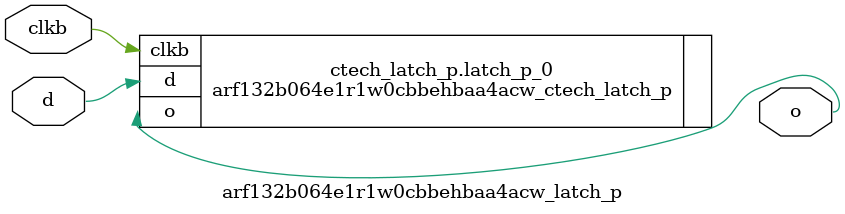
<source format=sv>

`ifndef ARF132B064E1R1W0CBBEHBAA4ACW_LATCH_P_SV
`define ARF132B064E1R1W0CBBEHBAA4ACW_LATCH_P_SV

module arf132b064e1r1w0cbbehbaa4acw_latch_p #
(
  parameter CTECH = 1
)
(
  output logic o,
  input  logic d,
  input  logic clkb
);

  if (CTECH == 1) begin: ctech_latch_p
    arf132b064e1r1w0cbbehbaa4acw_ctech_latch_p latch_p_0 (.o(o),.d(d),.clkb(clkb));
  end
  else begin
    always_latch begin
      if (~clkb) begin
        o <= d;
      end
    end
  end

endmodule // arf132b064e1r1w0cbbehbaa4acw_latch_p

`endif // ARF132B064E1R1W0CBBEHBAA4ACW_LATCH_P_SV
</source>
